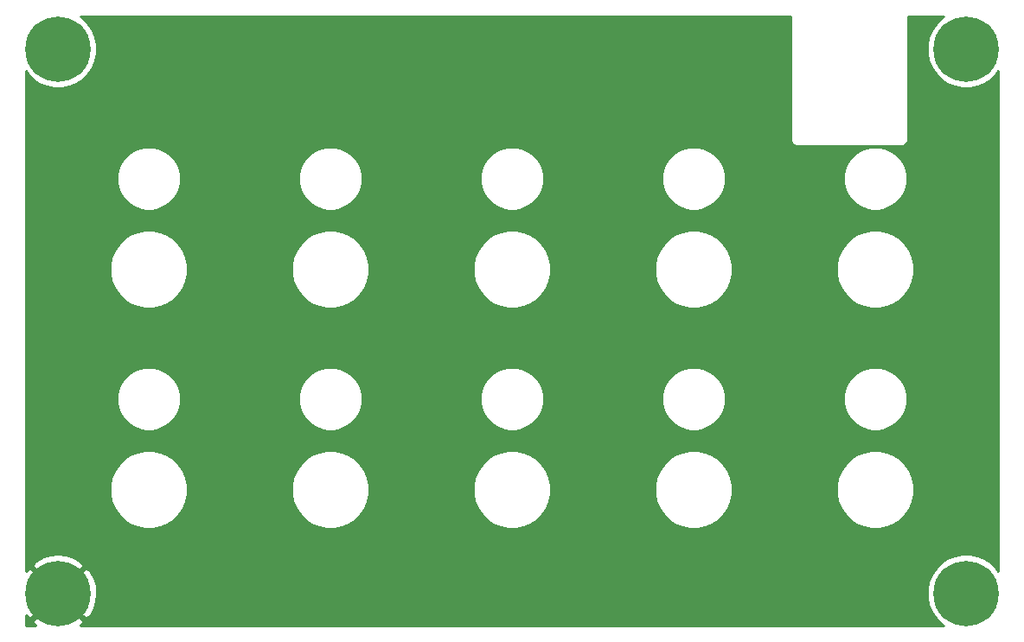
<source format=gbr>
G04 #@! TF.GenerationSoftware,KiCad,Pcbnew,(5.1.4)-1*
G04 #@! TF.CreationDate,2020-12-21T11:31:58-05:00*
G04 #@! TF.ProjectId,faceplate,66616365-706c-4617-9465-2e6b69636164,rev?*
G04 #@! TF.SameCoordinates,Original*
G04 #@! TF.FileFunction,Copper,L2,Bot*
G04 #@! TF.FilePolarity,Positive*
%FSLAX46Y46*%
G04 Gerber Fmt 4.6, Leading zero omitted, Abs format (unit mm)*
G04 Created by KiCad (PCBNEW (5.1.4)-1) date 2020-12-21 11:31:58*
%MOMM*%
%LPD*%
G04 APERTURE LIST*
%ADD10C,6.400000*%
%ADD11C,0.254000*%
G04 APERTURE END LIST*
D10*
X105410000Y-97790000D03*
X194310000Y-97790000D03*
X194310000Y-44450000D03*
X105410000Y-44450000D03*
D11*
G36*
X177140001Y-53307571D02*
G01*
X177136807Y-53340000D01*
X177149550Y-53469383D01*
X177187290Y-53593793D01*
X177248575Y-53708450D01*
X177331052Y-53808948D01*
X177431550Y-53891425D01*
X177546207Y-53952710D01*
X177670617Y-53990450D01*
X177767581Y-54000000D01*
X177800000Y-54003193D01*
X177832419Y-54000000D01*
X187927581Y-54000000D01*
X187960000Y-54003193D01*
X187992419Y-54000000D01*
X188089383Y-53990450D01*
X188213793Y-53952710D01*
X188328450Y-53891425D01*
X188428948Y-53808948D01*
X188511425Y-53708450D01*
X188572710Y-53593793D01*
X188610450Y-53469383D01*
X188623193Y-53340000D01*
X188620000Y-53307581D01*
X188620000Y-41300000D01*
X192121490Y-41300000D01*
X191865330Y-41471161D01*
X191331161Y-42005330D01*
X190911467Y-42633446D01*
X190622377Y-43331372D01*
X190475000Y-44072285D01*
X190475000Y-44827715D01*
X190622377Y-45568628D01*
X190911467Y-46266554D01*
X191331161Y-46894670D01*
X191865330Y-47428839D01*
X192493446Y-47848533D01*
X193191372Y-48137623D01*
X193932285Y-48285000D01*
X194687715Y-48285000D01*
X195428628Y-48137623D01*
X196126554Y-47848533D01*
X196754670Y-47428839D01*
X197288839Y-46894670D01*
X197460001Y-46638508D01*
X197460000Y-95601490D01*
X197288839Y-95345330D01*
X196754670Y-94811161D01*
X196126554Y-94391467D01*
X195428628Y-94102377D01*
X194687715Y-93955000D01*
X193932285Y-93955000D01*
X193191372Y-94102377D01*
X192493446Y-94391467D01*
X191865330Y-94811161D01*
X191331161Y-95345330D01*
X190911467Y-95973446D01*
X190622377Y-96671372D01*
X190475000Y-97412285D01*
X190475000Y-98167715D01*
X190622377Y-98908628D01*
X190911467Y-99606554D01*
X191331161Y-100234670D01*
X191865330Y-100768839D01*
X192121490Y-100940000D01*
X107600914Y-100940000D01*
X107931276Y-100490881D01*
X105410000Y-97969605D01*
X102888724Y-100490881D01*
X103219086Y-100940000D01*
X102260000Y-100940000D01*
X102260000Y-99980914D01*
X102709119Y-100311276D01*
X105230395Y-97790000D01*
X105589605Y-97790000D01*
X108110881Y-100311276D01*
X108600548Y-99951088D01*
X108960849Y-99287118D01*
X109184694Y-98565615D01*
X109263480Y-97814305D01*
X109194178Y-97062062D01*
X108979452Y-96337792D01*
X108627555Y-95669330D01*
X108600548Y-95628912D01*
X108110881Y-95268724D01*
X105589605Y-97790000D01*
X105230395Y-97790000D01*
X102709119Y-95268724D01*
X102260000Y-95599086D01*
X102260000Y-95089119D01*
X102888724Y-95089119D01*
X105410000Y-97610395D01*
X107931276Y-95089119D01*
X107571088Y-94599452D01*
X106907118Y-94239151D01*
X106185615Y-94015306D01*
X105434305Y-93936520D01*
X104682062Y-94005822D01*
X103957792Y-94220548D01*
X103289330Y-94572445D01*
X103248912Y-94599452D01*
X102888724Y-95089119D01*
X102260000Y-95089119D01*
X102260000Y-87252285D01*
X110465000Y-87252285D01*
X110465000Y-88007715D01*
X110612377Y-88748628D01*
X110901467Y-89446554D01*
X111321161Y-90074670D01*
X111855330Y-90608839D01*
X112483446Y-91028533D01*
X113181372Y-91317623D01*
X113922285Y-91465000D01*
X114677715Y-91465000D01*
X115418628Y-91317623D01*
X116116554Y-91028533D01*
X116744670Y-90608839D01*
X117278839Y-90074670D01*
X117698533Y-89446554D01*
X117987623Y-88748628D01*
X118135000Y-88007715D01*
X118135000Y-87252285D01*
X128245000Y-87252285D01*
X128245000Y-88007715D01*
X128392377Y-88748628D01*
X128681467Y-89446554D01*
X129101161Y-90074670D01*
X129635330Y-90608839D01*
X130263446Y-91028533D01*
X130961372Y-91317623D01*
X131702285Y-91465000D01*
X132457715Y-91465000D01*
X133198628Y-91317623D01*
X133896554Y-91028533D01*
X134524670Y-90608839D01*
X135058839Y-90074670D01*
X135478533Y-89446554D01*
X135767623Y-88748628D01*
X135915000Y-88007715D01*
X135915000Y-87252285D01*
X146025000Y-87252285D01*
X146025000Y-88007715D01*
X146172377Y-88748628D01*
X146461467Y-89446554D01*
X146881161Y-90074670D01*
X147415330Y-90608839D01*
X148043446Y-91028533D01*
X148741372Y-91317623D01*
X149482285Y-91465000D01*
X150237715Y-91465000D01*
X150978628Y-91317623D01*
X151676554Y-91028533D01*
X152304670Y-90608839D01*
X152838839Y-90074670D01*
X153258533Y-89446554D01*
X153547623Y-88748628D01*
X153695000Y-88007715D01*
X153695000Y-87252285D01*
X163805000Y-87252285D01*
X163805000Y-88007715D01*
X163952377Y-88748628D01*
X164241467Y-89446554D01*
X164661161Y-90074670D01*
X165195330Y-90608839D01*
X165823446Y-91028533D01*
X166521372Y-91317623D01*
X167262285Y-91465000D01*
X168017715Y-91465000D01*
X168758628Y-91317623D01*
X169456554Y-91028533D01*
X170084670Y-90608839D01*
X170618839Y-90074670D01*
X171038533Y-89446554D01*
X171327623Y-88748628D01*
X171475000Y-88007715D01*
X171475000Y-87252285D01*
X181585000Y-87252285D01*
X181585000Y-88007715D01*
X181732377Y-88748628D01*
X182021467Y-89446554D01*
X182441161Y-90074670D01*
X182975330Y-90608839D01*
X183603446Y-91028533D01*
X184301372Y-91317623D01*
X185042285Y-91465000D01*
X185797715Y-91465000D01*
X186538628Y-91317623D01*
X187236554Y-91028533D01*
X187864670Y-90608839D01*
X188398839Y-90074670D01*
X188818533Y-89446554D01*
X189107623Y-88748628D01*
X189255000Y-88007715D01*
X189255000Y-87252285D01*
X189107623Y-86511372D01*
X188818533Y-85813446D01*
X188398839Y-85185330D01*
X187864670Y-84651161D01*
X187236554Y-84231467D01*
X186538628Y-83942377D01*
X185797715Y-83795000D01*
X185042285Y-83795000D01*
X184301372Y-83942377D01*
X183603446Y-84231467D01*
X182975330Y-84651161D01*
X182441161Y-85185330D01*
X182021467Y-85813446D01*
X181732377Y-86511372D01*
X181585000Y-87252285D01*
X171475000Y-87252285D01*
X171327623Y-86511372D01*
X171038533Y-85813446D01*
X170618839Y-85185330D01*
X170084670Y-84651161D01*
X169456554Y-84231467D01*
X168758628Y-83942377D01*
X168017715Y-83795000D01*
X167262285Y-83795000D01*
X166521372Y-83942377D01*
X165823446Y-84231467D01*
X165195330Y-84651161D01*
X164661161Y-85185330D01*
X164241467Y-85813446D01*
X163952377Y-86511372D01*
X163805000Y-87252285D01*
X153695000Y-87252285D01*
X153547623Y-86511372D01*
X153258533Y-85813446D01*
X152838839Y-85185330D01*
X152304670Y-84651161D01*
X151676554Y-84231467D01*
X150978628Y-83942377D01*
X150237715Y-83795000D01*
X149482285Y-83795000D01*
X148741372Y-83942377D01*
X148043446Y-84231467D01*
X147415330Y-84651161D01*
X146881161Y-85185330D01*
X146461467Y-85813446D01*
X146172377Y-86511372D01*
X146025000Y-87252285D01*
X135915000Y-87252285D01*
X135767623Y-86511372D01*
X135478533Y-85813446D01*
X135058839Y-85185330D01*
X134524670Y-84651161D01*
X133896554Y-84231467D01*
X133198628Y-83942377D01*
X132457715Y-83795000D01*
X131702285Y-83795000D01*
X130961372Y-83942377D01*
X130263446Y-84231467D01*
X129635330Y-84651161D01*
X129101161Y-85185330D01*
X128681467Y-85813446D01*
X128392377Y-86511372D01*
X128245000Y-87252285D01*
X118135000Y-87252285D01*
X117987623Y-86511372D01*
X117698533Y-85813446D01*
X117278839Y-85185330D01*
X116744670Y-84651161D01*
X116116554Y-84231467D01*
X115418628Y-83942377D01*
X114677715Y-83795000D01*
X113922285Y-83795000D01*
X113181372Y-83942377D01*
X112483446Y-84231467D01*
X111855330Y-84651161D01*
X111321161Y-85185330D01*
X110901467Y-85813446D01*
X110612377Y-86511372D01*
X110465000Y-87252285D01*
X102260000Y-87252285D01*
X102260000Y-78431229D01*
X111165000Y-78431229D01*
X111165000Y-79048771D01*
X111285476Y-79654446D01*
X111521799Y-80224979D01*
X111864886Y-80738446D01*
X112301554Y-81175114D01*
X112815021Y-81518201D01*
X113385554Y-81754524D01*
X113991229Y-81875000D01*
X114608771Y-81875000D01*
X115214446Y-81754524D01*
X115784979Y-81518201D01*
X116298446Y-81175114D01*
X116735114Y-80738446D01*
X117078201Y-80224979D01*
X117314524Y-79654446D01*
X117435000Y-79048771D01*
X117435000Y-78431229D01*
X128945000Y-78431229D01*
X128945000Y-79048771D01*
X129065476Y-79654446D01*
X129301799Y-80224979D01*
X129644886Y-80738446D01*
X130081554Y-81175114D01*
X130595021Y-81518201D01*
X131165554Y-81754524D01*
X131771229Y-81875000D01*
X132388771Y-81875000D01*
X132994446Y-81754524D01*
X133564979Y-81518201D01*
X134078446Y-81175114D01*
X134515114Y-80738446D01*
X134858201Y-80224979D01*
X135094524Y-79654446D01*
X135215000Y-79048771D01*
X135215000Y-78431229D01*
X146725000Y-78431229D01*
X146725000Y-79048771D01*
X146845476Y-79654446D01*
X147081799Y-80224979D01*
X147424886Y-80738446D01*
X147861554Y-81175114D01*
X148375021Y-81518201D01*
X148945554Y-81754524D01*
X149551229Y-81875000D01*
X150168771Y-81875000D01*
X150774446Y-81754524D01*
X151344979Y-81518201D01*
X151858446Y-81175114D01*
X152295114Y-80738446D01*
X152638201Y-80224979D01*
X152874524Y-79654446D01*
X152995000Y-79048771D01*
X152995000Y-78431229D01*
X164505000Y-78431229D01*
X164505000Y-79048771D01*
X164625476Y-79654446D01*
X164861799Y-80224979D01*
X165204886Y-80738446D01*
X165641554Y-81175114D01*
X166155021Y-81518201D01*
X166725554Y-81754524D01*
X167331229Y-81875000D01*
X167948771Y-81875000D01*
X168554446Y-81754524D01*
X169124979Y-81518201D01*
X169638446Y-81175114D01*
X170075114Y-80738446D01*
X170418201Y-80224979D01*
X170654524Y-79654446D01*
X170775000Y-79048771D01*
X170775000Y-78431229D01*
X182285000Y-78431229D01*
X182285000Y-79048771D01*
X182405476Y-79654446D01*
X182641799Y-80224979D01*
X182984886Y-80738446D01*
X183421554Y-81175114D01*
X183935021Y-81518201D01*
X184505554Y-81754524D01*
X185111229Y-81875000D01*
X185728771Y-81875000D01*
X186334446Y-81754524D01*
X186904979Y-81518201D01*
X187418446Y-81175114D01*
X187855114Y-80738446D01*
X188198201Y-80224979D01*
X188434524Y-79654446D01*
X188555000Y-79048771D01*
X188555000Y-78431229D01*
X188434524Y-77825554D01*
X188198201Y-77255021D01*
X187855114Y-76741554D01*
X187418446Y-76304886D01*
X186904979Y-75961799D01*
X186334446Y-75725476D01*
X185728771Y-75605000D01*
X185111229Y-75605000D01*
X184505554Y-75725476D01*
X183935021Y-75961799D01*
X183421554Y-76304886D01*
X182984886Y-76741554D01*
X182641799Y-77255021D01*
X182405476Y-77825554D01*
X182285000Y-78431229D01*
X170775000Y-78431229D01*
X170654524Y-77825554D01*
X170418201Y-77255021D01*
X170075114Y-76741554D01*
X169638446Y-76304886D01*
X169124979Y-75961799D01*
X168554446Y-75725476D01*
X167948771Y-75605000D01*
X167331229Y-75605000D01*
X166725554Y-75725476D01*
X166155021Y-75961799D01*
X165641554Y-76304886D01*
X165204886Y-76741554D01*
X164861799Y-77255021D01*
X164625476Y-77825554D01*
X164505000Y-78431229D01*
X152995000Y-78431229D01*
X152874524Y-77825554D01*
X152638201Y-77255021D01*
X152295114Y-76741554D01*
X151858446Y-76304886D01*
X151344979Y-75961799D01*
X150774446Y-75725476D01*
X150168771Y-75605000D01*
X149551229Y-75605000D01*
X148945554Y-75725476D01*
X148375021Y-75961799D01*
X147861554Y-76304886D01*
X147424886Y-76741554D01*
X147081799Y-77255021D01*
X146845476Y-77825554D01*
X146725000Y-78431229D01*
X135215000Y-78431229D01*
X135094524Y-77825554D01*
X134858201Y-77255021D01*
X134515114Y-76741554D01*
X134078446Y-76304886D01*
X133564979Y-75961799D01*
X132994446Y-75725476D01*
X132388771Y-75605000D01*
X131771229Y-75605000D01*
X131165554Y-75725476D01*
X130595021Y-75961799D01*
X130081554Y-76304886D01*
X129644886Y-76741554D01*
X129301799Y-77255021D01*
X129065476Y-77825554D01*
X128945000Y-78431229D01*
X117435000Y-78431229D01*
X117314524Y-77825554D01*
X117078201Y-77255021D01*
X116735114Y-76741554D01*
X116298446Y-76304886D01*
X115784979Y-75961799D01*
X115214446Y-75725476D01*
X114608771Y-75605000D01*
X113991229Y-75605000D01*
X113385554Y-75725476D01*
X112815021Y-75961799D01*
X112301554Y-76304886D01*
X111864886Y-76741554D01*
X111521799Y-77255021D01*
X111285476Y-77825554D01*
X111165000Y-78431229D01*
X102260000Y-78431229D01*
X102260000Y-65662285D01*
X110465000Y-65662285D01*
X110465000Y-66417715D01*
X110612377Y-67158628D01*
X110901467Y-67856554D01*
X111321161Y-68484670D01*
X111855330Y-69018839D01*
X112483446Y-69438533D01*
X113181372Y-69727623D01*
X113922285Y-69875000D01*
X114677715Y-69875000D01*
X115418628Y-69727623D01*
X116116554Y-69438533D01*
X116744670Y-69018839D01*
X117278839Y-68484670D01*
X117698533Y-67856554D01*
X117987623Y-67158628D01*
X118135000Y-66417715D01*
X118135000Y-65662285D01*
X128245000Y-65662285D01*
X128245000Y-66417715D01*
X128392377Y-67158628D01*
X128681467Y-67856554D01*
X129101161Y-68484670D01*
X129635330Y-69018839D01*
X130263446Y-69438533D01*
X130961372Y-69727623D01*
X131702285Y-69875000D01*
X132457715Y-69875000D01*
X133198628Y-69727623D01*
X133896554Y-69438533D01*
X134524670Y-69018839D01*
X135058839Y-68484670D01*
X135478533Y-67856554D01*
X135767623Y-67158628D01*
X135915000Y-66417715D01*
X135915000Y-65662285D01*
X146025000Y-65662285D01*
X146025000Y-66417715D01*
X146172377Y-67158628D01*
X146461467Y-67856554D01*
X146881161Y-68484670D01*
X147415330Y-69018839D01*
X148043446Y-69438533D01*
X148741372Y-69727623D01*
X149482285Y-69875000D01*
X150237715Y-69875000D01*
X150978628Y-69727623D01*
X151676554Y-69438533D01*
X152304670Y-69018839D01*
X152838839Y-68484670D01*
X153258533Y-67856554D01*
X153547623Y-67158628D01*
X153695000Y-66417715D01*
X153695000Y-65662285D01*
X163805000Y-65662285D01*
X163805000Y-66417715D01*
X163952377Y-67158628D01*
X164241467Y-67856554D01*
X164661161Y-68484670D01*
X165195330Y-69018839D01*
X165823446Y-69438533D01*
X166521372Y-69727623D01*
X167262285Y-69875000D01*
X168017715Y-69875000D01*
X168758628Y-69727623D01*
X169456554Y-69438533D01*
X170084670Y-69018839D01*
X170618839Y-68484670D01*
X171038533Y-67856554D01*
X171327623Y-67158628D01*
X171475000Y-66417715D01*
X171475000Y-65662285D01*
X181585000Y-65662285D01*
X181585000Y-66417715D01*
X181732377Y-67158628D01*
X182021467Y-67856554D01*
X182441161Y-68484670D01*
X182975330Y-69018839D01*
X183603446Y-69438533D01*
X184301372Y-69727623D01*
X185042285Y-69875000D01*
X185797715Y-69875000D01*
X186538628Y-69727623D01*
X187236554Y-69438533D01*
X187864670Y-69018839D01*
X188398839Y-68484670D01*
X188818533Y-67856554D01*
X189107623Y-67158628D01*
X189255000Y-66417715D01*
X189255000Y-65662285D01*
X189107623Y-64921372D01*
X188818533Y-64223446D01*
X188398839Y-63595330D01*
X187864670Y-63061161D01*
X187236554Y-62641467D01*
X186538628Y-62352377D01*
X185797715Y-62205000D01*
X185042285Y-62205000D01*
X184301372Y-62352377D01*
X183603446Y-62641467D01*
X182975330Y-63061161D01*
X182441161Y-63595330D01*
X182021467Y-64223446D01*
X181732377Y-64921372D01*
X181585000Y-65662285D01*
X171475000Y-65662285D01*
X171327623Y-64921372D01*
X171038533Y-64223446D01*
X170618839Y-63595330D01*
X170084670Y-63061161D01*
X169456554Y-62641467D01*
X168758628Y-62352377D01*
X168017715Y-62205000D01*
X167262285Y-62205000D01*
X166521372Y-62352377D01*
X165823446Y-62641467D01*
X165195330Y-63061161D01*
X164661161Y-63595330D01*
X164241467Y-64223446D01*
X163952377Y-64921372D01*
X163805000Y-65662285D01*
X153695000Y-65662285D01*
X153547623Y-64921372D01*
X153258533Y-64223446D01*
X152838839Y-63595330D01*
X152304670Y-63061161D01*
X151676554Y-62641467D01*
X150978628Y-62352377D01*
X150237715Y-62205000D01*
X149482285Y-62205000D01*
X148741372Y-62352377D01*
X148043446Y-62641467D01*
X147415330Y-63061161D01*
X146881161Y-63595330D01*
X146461467Y-64223446D01*
X146172377Y-64921372D01*
X146025000Y-65662285D01*
X135915000Y-65662285D01*
X135767623Y-64921372D01*
X135478533Y-64223446D01*
X135058839Y-63595330D01*
X134524670Y-63061161D01*
X133896554Y-62641467D01*
X133198628Y-62352377D01*
X132457715Y-62205000D01*
X131702285Y-62205000D01*
X130961372Y-62352377D01*
X130263446Y-62641467D01*
X129635330Y-63061161D01*
X129101161Y-63595330D01*
X128681467Y-64223446D01*
X128392377Y-64921372D01*
X128245000Y-65662285D01*
X118135000Y-65662285D01*
X117987623Y-64921372D01*
X117698533Y-64223446D01*
X117278839Y-63595330D01*
X116744670Y-63061161D01*
X116116554Y-62641467D01*
X115418628Y-62352377D01*
X114677715Y-62205000D01*
X113922285Y-62205000D01*
X113181372Y-62352377D01*
X112483446Y-62641467D01*
X111855330Y-63061161D01*
X111321161Y-63595330D01*
X110901467Y-64223446D01*
X110612377Y-64921372D01*
X110465000Y-65662285D01*
X102260000Y-65662285D01*
X102260000Y-56841229D01*
X111165000Y-56841229D01*
X111165000Y-57458771D01*
X111285476Y-58064446D01*
X111521799Y-58634979D01*
X111864886Y-59148446D01*
X112301554Y-59585114D01*
X112815021Y-59928201D01*
X113385554Y-60164524D01*
X113991229Y-60285000D01*
X114608771Y-60285000D01*
X115214446Y-60164524D01*
X115784979Y-59928201D01*
X116298446Y-59585114D01*
X116735114Y-59148446D01*
X117078201Y-58634979D01*
X117314524Y-58064446D01*
X117435000Y-57458771D01*
X117435000Y-56841229D01*
X128945000Y-56841229D01*
X128945000Y-57458771D01*
X129065476Y-58064446D01*
X129301799Y-58634979D01*
X129644886Y-59148446D01*
X130081554Y-59585114D01*
X130595021Y-59928201D01*
X131165554Y-60164524D01*
X131771229Y-60285000D01*
X132388771Y-60285000D01*
X132994446Y-60164524D01*
X133564979Y-59928201D01*
X134078446Y-59585114D01*
X134515114Y-59148446D01*
X134858201Y-58634979D01*
X135094524Y-58064446D01*
X135215000Y-57458771D01*
X135215000Y-56841229D01*
X146725000Y-56841229D01*
X146725000Y-57458771D01*
X146845476Y-58064446D01*
X147081799Y-58634979D01*
X147424886Y-59148446D01*
X147861554Y-59585114D01*
X148375021Y-59928201D01*
X148945554Y-60164524D01*
X149551229Y-60285000D01*
X150168771Y-60285000D01*
X150774446Y-60164524D01*
X151344979Y-59928201D01*
X151858446Y-59585114D01*
X152295114Y-59148446D01*
X152638201Y-58634979D01*
X152874524Y-58064446D01*
X152995000Y-57458771D01*
X152995000Y-56841229D01*
X164505000Y-56841229D01*
X164505000Y-57458771D01*
X164625476Y-58064446D01*
X164861799Y-58634979D01*
X165204886Y-59148446D01*
X165641554Y-59585114D01*
X166155021Y-59928201D01*
X166725554Y-60164524D01*
X167331229Y-60285000D01*
X167948771Y-60285000D01*
X168554446Y-60164524D01*
X169124979Y-59928201D01*
X169638446Y-59585114D01*
X170075114Y-59148446D01*
X170418201Y-58634979D01*
X170654524Y-58064446D01*
X170775000Y-57458771D01*
X170775000Y-56841229D01*
X182285000Y-56841229D01*
X182285000Y-57458771D01*
X182405476Y-58064446D01*
X182641799Y-58634979D01*
X182984886Y-59148446D01*
X183421554Y-59585114D01*
X183935021Y-59928201D01*
X184505554Y-60164524D01*
X185111229Y-60285000D01*
X185728771Y-60285000D01*
X186334446Y-60164524D01*
X186904979Y-59928201D01*
X187418446Y-59585114D01*
X187855114Y-59148446D01*
X188198201Y-58634979D01*
X188434524Y-58064446D01*
X188555000Y-57458771D01*
X188555000Y-56841229D01*
X188434524Y-56235554D01*
X188198201Y-55665021D01*
X187855114Y-55151554D01*
X187418446Y-54714886D01*
X186904979Y-54371799D01*
X186334446Y-54135476D01*
X185728771Y-54015000D01*
X185111229Y-54015000D01*
X184505554Y-54135476D01*
X183935021Y-54371799D01*
X183421554Y-54714886D01*
X182984886Y-55151554D01*
X182641799Y-55665021D01*
X182405476Y-56235554D01*
X182285000Y-56841229D01*
X170775000Y-56841229D01*
X170654524Y-56235554D01*
X170418201Y-55665021D01*
X170075114Y-55151554D01*
X169638446Y-54714886D01*
X169124979Y-54371799D01*
X168554446Y-54135476D01*
X167948771Y-54015000D01*
X167331229Y-54015000D01*
X166725554Y-54135476D01*
X166155021Y-54371799D01*
X165641554Y-54714886D01*
X165204886Y-55151554D01*
X164861799Y-55665021D01*
X164625476Y-56235554D01*
X164505000Y-56841229D01*
X152995000Y-56841229D01*
X152874524Y-56235554D01*
X152638201Y-55665021D01*
X152295114Y-55151554D01*
X151858446Y-54714886D01*
X151344979Y-54371799D01*
X150774446Y-54135476D01*
X150168771Y-54015000D01*
X149551229Y-54015000D01*
X148945554Y-54135476D01*
X148375021Y-54371799D01*
X147861554Y-54714886D01*
X147424886Y-55151554D01*
X147081799Y-55665021D01*
X146845476Y-56235554D01*
X146725000Y-56841229D01*
X135215000Y-56841229D01*
X135094524Y-56235554D01*
X134858201Y-55665021D01*
X134515114Y-55151554D01*
X134078446Y-54714886D01*
X133564979Y-54371799D01*
X132994446Y-54135476D01*
X132388771Y-54015000D01*
X131771229Y-54015000D01*
X131165554Y-54135476D01*
X130595021Y-54371799D01*
X130081554Y-54714886D01*
X129644886Y-55151554D01*
X129301799Y-55665021D01*
X129065476Y-56235554D01*
X128945000Y-56841229D01*
X117435000Y-56841229D01*
X117314524Y-56235554D01*
X117078201Y-55665021D01*
X116735114Y-55151554D01*
X116298446Y-54714886D01*
X115784979Y-54371799D01*
X115214446Y-54135476D01*
X114608771Y-54015000D01*
X113991229Y-54015000D01*
X113385554Y-54135476D01*
X112815021Y-54371799D01*
X112301554Y-54714886D01*
X111864886Y-55151554D01*
X111521799Y-55665021D01*
X111285476Y-56235554D01*
X111165000Y-56841229D01*
X102260000Y-56841229D01*
X102260000Y-46638510D01*
X102431161Y-46894670D01*
X102965330Y-47428839D01*
X103593446Y-47848533D01*
X104291372Y-48137623D01*
X105032285Y-48285000D01*
X105787715Y-48285000D01*
X106528628Y-48137623D01*
X107226554Y-47848533D01*
X107854670Y-47428839D01*
X108388839Y-46894670D01*
X108808533Y-46266554D01*
X109097623Y-45568628D01*
X109245000Y-44827715D01*
X109245000Y-44072285D01*
X109097623Y-43331372D01*
X108808533Y-42633446D01*
X108388839Y-42005330D01*
X107854670Y-41471161D01*
X107598510Y-41300000D01*
X177140000Y-41300000D01*
X177140001Y-53307571D01*
X177140001Y-53307571D01*
G37*
X177140001Y-53307571D02*
X177136807Y-53340000D01*
X177149550Y-53469383D01*
X177187290Y-53593793D01*
X177248575Y-53708450D01*
X177331052Y-53808948D01*
X177431550Y-53891425D01*
X177546207Y-53952710D01*
X177670617Y-53990450D01*
X177767581Y-54000000D01*
X177800000Y-54003193D01*
X177832419Y-54000000D01*
X187927581Y-54000000D01*
X187960000Y-54003193D01*
X187992419Y-54000000D01*
X188089383Y-53990450D01*
X188213793Y-53952710D01*
X188328450Y-53891425D01*
X188428948Y-53808948D01*
X188511425Y-53708450D01*
X188572710Y-53593793D01*
X188610450Y-53469383D01*
X188623193Y-53340000D01*
X188620000Y-53307581D01*
X188620000Y-41300000D01*
X192121490Y-41300000D01*
X191865330Y-41471161D01*
X191331161Y-42005330D01*
X190911467Y-42633446D01*
X190622377Y-43331372D01*
X190475000Y-44072285D01*
X190475000Y-44827715D01*
X190622377Y-45568628D01*
X190911467Y-46266554D01*
X191331161Y-46894670D01*
X191865330Y-47428839D01*
X192493446Y-47848533D01*
X193191372Y-48137623D01*
X193932285Y-48285000D01*
X194687715Y-48285000D01*
X195428628Y-48137623D01*
X196126554Y-47848533D01*
X196754670Y-47428839D01*
X197288839Y-46894670D01*
X197460001Y-46638508D01*
X197460000Y-95601490D01*
X197288839Y-95345330D01*
X196754670Y-94811161D01*
X196126554Y-94391467D01*
X195428628Y-94102377D01*
X194687715Y-93955000D01*
X193932285Y-93955000D01*
X193191372Y-94102377D01*
X192493446Y-94391467D01*
X191865330Y-94811161D01*
X191331161Y-95345330D01*
X190911467Y-95973446D01*
X190622377Y-96671372D01*
X190475000Y-97412285D01*
X190475000Y-98167715D01*
X190622377Y-98908628D01*
X190911467Y-99606554D01*
X191331161Y-100234670D01*
X191865330Y-100768839D01*
X192121490Y-100940000D01*
X107600914Y-100940000D01*
X107931276Y-100490881D01*
X105410000Y-97969605D01*
X102888724Y-100490881D01*
X103219086Y-100940000D01*
X102260000Y-100940000D01*
X102260000Y-99980914D01*
X102709119Y-100311276D01*
X105230395Y-97790000D01*
X105589605Y-97790000D01*
X108110881Y-100311276D01*
X108600548Y-99951088D01*
X108960849Y-99287118D01*
X109184694Y-98565615D01*
X109263480Y-97814305D01*
X109194178Y-97062062D01*
X108979452Y-96337792D01*
X108627555Y-95669330D01*
X108600548Y-95628912D01*
X108110881Y-95268724D01*
X105589605Y-97790000D01*
X105230395Y-97790000D01*
X102709119Y-95268724D01*
X102260000Y-95599086D01*
X102260000Y-95089119D01*
X102888724Y-95089119D01*
X105410000Y-97610395D01*
X107931276Y-95089119D01*
X107571088Y-94599452D01*
X106907118Y-94239151D01*
X106185615Y-94015306D01*
X105434305Y-93936520D01*
X104682062Y-94005822D01*
X103957792Y-94220548D01*
X103289330Y-94572445D01*
X103248912Y-94599452D01*
X102888724Y-95089119D01*
X102260000Y-95089119D01*
X102260000Y-87252285D01*
X110465000Y-87252285D01*
X110465000Y-88007715D01*
X110612377Y-88748628D01*
X110901467Y-89446554D01*
X111321161Y-90074670D01*
X111855330Y-90608839D01*
X112483446Y-91028533D01*
X113181372Y-91317623D01*
X113922285Y-91465000D01*
X114677715Y-91465000D01*
X115418628Y-91317623D01*
X116116554Y-91028533D01*
X116744670Y-90608839D01*
X117278839Y-90074670D01*
X117698533Y-89446554D01*
X117987623Y-88748628D01*
X118135000Y-88007715D01*
X118135000Y-87252285D01*
X128245000Y-87252285D01*
X128245000Y-88007715D01*
X128392377Y-88748628D01*
X128681467Y-89446554D01*
X129101161Y-90074670D01*
X129635330Y-90608839D01*
X130263446Y-91028533D01*
X130961372Y-91317623D01*
X131702285Y-91465000D01*
X132457715Y-91465000D01*
X133198628Y-91317623D01*
X133896554Y-91028533D01*
X134524670Y-90608839D01*
X135058839Y-90074670D01*
X135478533Y-89446554D01*
X135767623Y-88748628D01*
X135915000Y-88007715D01*
X135915000Y-87252285D01*
X146025000Y-87252285D01*
X146025000Y-88007715D01*
X146172377Y-88748628D01*
X146461467Y-89446554D01*
X146881161Y-90074670D01*
X147415330Y-90608839D01*
X148043446Y-91028533D01*
X148741372Y-91317623D01*
X149482285Y-91465000D01*
X150237715Y-91465000D01*
X150978628Y-91317623D01*
X151676554Y-91028533D01*
X152304670Y-90608839D01*
X152838839Y-90074670D01*
X153258533Y-89446554D01*
X153547623Y-88748628D01*
X153695000Y-88007715D01*
X153695000Y-87252285D01*
X163805000Y-87252285D01*
X163805000Y-88007715D01*
X163952377Y-88748628D01*
X164241467Y-89446554D01*
X164661161Y-90074670D01*
X165195330Y-90608839D01*
X165823446Y-91028533D01*
X166521372Y-91317623D01*
X167262285Y-91465000D01*
X168017715Y-91465000D01*
X168758628Y-91317623D01*
X169456554Y-91028533D01*
X170084670Y-90608839D01*
X170618839Y-90074670D01*
X171038533Y-89446554D01*
X171327623Y-88748628D01*
X171475000Y-88007715D01*
X171475000Y-87252285D01*
X181585000Y-87252285D01*
X181585000Y-88007715D01*
X181732377Y-88748628D01*
X182021467Y-89446554D01*
X182441161Y-90074670D01*
X182975330Y-90608839D01*
X183603446Y-91028533D01*
X184301372Y-91317623D01*
X185042285Y-91465000D01*
X185797715Y-91465000D01*
X186538628Y-91317623D01*
X187236554Y-91028533D01*
X187864670Y-90608839D01*
X188398839Y-90074670D01*
X188818533Y-89446554D01*
X189107623Y-88748628D01*
X189255000Y-88007715D01*
X189255000Y-87252285D01*
X189107623Y-86511372D01*
X188818533Y-85813446D01*
X188398839Y-85185330D01*
X187864670Y-84651161D01*
X187236554Y-84231467D01*
X186538628Y-83942377D01*
X185797715Y-83795000D01*
X185042285Y-83795000D01*
X184301372Y-83942377D01*
X183603446Y-84231467D01*
X182975330Y-84651161D01*
X182441161Y-85185330D01*
X182021467Y-85813446D01*
X181732377Y-86511372D01*
X181585000Y-87252285D01*
X171475000Y-87252285D01*
X171327623Y-86511372D01*
X171038533Y-85813446D01*
X170618839Y-85185330D01*
X170084670Y-84651161D01*
X169456554Y-84231467D01*
X168758628Y-83942377D01*
X168017715Y-83795000D01*
X167262285Y-83795000D01*
X166521372Y-83942377D01*
X165823446Y-84231467D01*
X165195330Y-84651161D01*
X164661161Y-85185330D01*
X164241467Y-85813446D01*
X163952377Y-86511372D01*
X163805000Y-87252285D01*
X153695000Y-87252285D01*
X153547623Y-86511372D01*
X153258533Y-85813446D01*
X152838839Y-85185330D01*
X152304670Y-84651161D01*
X151676554Y-84231467D01*
X150978628Y-83942377D01*
X150237715Y-83795000D01*
X149482285Y-83795000D01*
X148741372Y-83942377D01*
X148043446Y-84231467D01*
X147415330Y-84651161D01*
X146881161Y-85185330D01*
X146461467Y-85813446D01*
X146172377Y-86511372D01*
X146025000Y-87252285D01*
X135915000Y-87252285D01*
X135767623Y-86511372D01*
X135478533Y-85813446D01*
X135058839Y-85185330D01*
X134524670Y-84651161D01*
X133896554Y-84231467D01*
X133198628Y-83942377D01*
X132457715Y-83795000D01*
X131702285Y-83795000D01*
X130961372Y-83942377D01*
X130263446Y-84231467D01*
X129635330Y-84651161D01*
X129101161Y-85185330D01*
X128681467Y-85813446D01*
X128392377Y-86511372D01*
X128245000Y-87252285D01*
X118135000Y-87252285D01*
X117987623Y-86511372D01*
X117698533Y-85813446D01*
X117278839Y-85185330D01*
X116744670Y-84651161D01*
X116116554Y-84231467D01*
X115418628Y-83942377D01*
X114677715Y-83795000D01*
X113922285Y-83795000D01*
X113181372Y-83942377D01*
X112483446Y-84231467D01*
X111855330Y-84651161D01*
X111321161Y-85185330D01*
X110901467Y-85813446D01*
X110612377Y-86511372D01*
X110465000Y-87252285D01*
X102260000Y-87252285D01*
X102260000Y-78431229D01*
X111165000Y-78431229D01*
X111165000Y-79048771D01*
X111285476Y-79654446D01*
X111521799Y-80224979D01*
X111864886Y-80738446D01*
X112301554Y-81175114D01*
X112815021Y-81518201D01*
X113385554Y-81754524D01*
X113991229Y-81875000D01*
X114608771Y-81875000D01*
X115214446Y-81754524D01*
X115784979Y-81518201D01*
X116298446Y-81175114D01*
X116735114Y-80738446D01*
X117078201Y-80224979D01*
X117314524Y-79654446D01*
X117435000Y-79048771D01*
X117435000Y-78431229D01*
X128945000Y-78431229D01*
X128945000Y-79048771D01*
X129065476Y-79654446D01*
X129301799Y-80224979D01*
X129644886Y-80738446D01*
X130081554Y-81175114D01*
X130595021Y-81518201D01*
X131165554Y-81754524D01*
X131771229Y-81875000D01*
X132388771Y-81875000D01*
X132994446Y-81754524D01*
X133564979Y-81518201D01*
X134078446Y-81175114D01*
X134515114Y-80738446D01*
X134858201Y-80224979D01*
X135094524Y-79654446D01*
X135215000Y-79048771D01*
X135215000Y-78431229D01*
X146725000Y-78431229D01*
X146725000Y-79048771D01*
X146845476Y-79654446D01*
X147081799Y-80224979D01*
X147424886Y-80738446D01*
X147861554Y-81175114D01*
X148375021Y-81518201D01*
X148945554Y-81754524D01*
X149551229Y-81875000D01*
X150168771Y-81875000D01*
X150774446Y-81754524D01*
X151344979Y-81518201D01*
X151858446Y-81175114D01*
X152295114Y-80738446D01*
X152638201Y-80224979D01*
X152874524Y-79654446D01*
X152995000Y-79048771D01*
X152995000Y-78431229D01*
X164505000Y-78431229D01*
X164505000Y-79048771D01*
X164625476Y-79654446D01*
X164861799Y-80224979D01*
X165204886Y-80738446D01*
X165641554Y-81175114D01*
X166155021Y-81518201D01*
X166725554Y-81754524D01*
X167331229Y-81875000D01*
X167948771Y-81875000D01*
X168554446Y-81754524D01*
X169124979Y-81518201D01*
X169638446Y-81175114D01*
X170075114Y-80738446D01*
X170418201Y-80224979D01*
X170654524Y-79654446D01*
X170775000Y-79048771D01*
X170775000Y-78431229D01*
X182285000Y-78431229D01*
X182285000Y-79048771D01*
X182405476Y-79654446D01*
X182641799Y-80224979D01*
X182984886Y-80738446D01*
X183421554Y-81175114D01*
X183935021Y-81518201D01*
X184505554Y-81754524D01*
X185111229Y-81875000D01*
X185728771Y-81875000D01*
X186334446Y-81754524D01*
X186904979Y-81518201D01*
X187418446Y-81175114D01*
X187855114Y-80738446D01*
X188198201Y-80224979D01*
X188434524Y-79654446D01*
X188555000Y-79048771D01*
X188555000Y-78431229D01*
X188434524Y-77825554D01*
X188198201Y-77255021D01*
X187855114Y-76741554D01*
X187418446Y-76304886D01*
X186904979Y-75961799D01*
X186334446Y-75725476D01*
X185728771Y-75605000D01*
X185111229Y-75605000D01*
X184505554Y-75725476D01*
X183935021Y-75961799D01*
X183421554Y-76304886D01*
X182984886Y-76741554D01*
X182641799Y-77255021D01*
X182405476Y-77825554D01*
X182285000Y-78431229D01*
X170775000Y-78431229D01*
X170654524Y-77825554D01*
X170418201Y-77255021D01*
X170075114Y-76741554D01*
X169638446Y-76304886D01*
X169124979Y-75961799D01*
X168554446Y-75725476D01*
X167948771Y-75605000D01*
X167331229Y-75605000D01*
X166725554Y-75725476D01*
X166155021Y-75961799D01*
X165641554Y-76304886D01*
X165204886Y-76741554D01*
X164861799Y-77255021D01*
X164625476Y-77825554D01*
X164505000Y-78431229D01*
X152995000Y-78431229D01*
X152874524Y-77825554D01*
X152638201Y-77255021D01*
X152295114Y-76741554D01*
X151858446Y-76304886D01*
X151344979Y-75961799D01*
X150774446Y-75725476D01*
X150168771Y-75605000D01*
X149551229Y-75605000D01*
X148945554Y-75725476D01*
X148375021Y-75961799D01*
X147861554Y-76304886D01*
X147424886Y-76741554D01*
X147081799Y-77255021D01*
X146845476Y-77825554D01*
X146725000Y-78431229D01*
X135215000Y-78431229D01*
X135094524Y-77825554D01*
X134858201Y-77255021D01*
X134515114Y-76741554D01*
X134078446Y-76304886D01*
X133564979Y-75961799D01*
X132994446Y-75725476D01*
X132388771Y-75605000D01*
X131771229Y-75605000D01*
X131165554Y-75725476D01*
X130595021Y-75961799D01*
X130081554Y-76304886D01*
X129644886Y-76741554D01*
X129301799Y-77255021D01*
X129065476Y-77825554D01*
X128945000Y-78431229D01*
X117435000Y-78431229D01*
X117314524Y-77825554D01*
X117078201Y-77255021D01*
X116735114Y-76741554D01*
X116298446Y-76304886D01*
X115784979Y-75961799D01*
X115214446Y-75725476D01*
X114608771Y-75605000D01*
X113991229Y-75605000D01*
X113385554Y-75725476D01*
X112815021Y-75961799D01*
X112301554Y-76304886D01*
X111864886Y-76741554D01*
X111521799Y-77255021D01*
X111285476Y-77825554D01*
X111165000Y-78431229D01*
X102260000Y-78431229D01*
X102260000Y-65662285D01*
X110465000Y-65662285D01*
X110465000Y-66417715D01*
X110612377Y-67158628D01*
X110901467Y-67856554D01*
X111321161Y-68484670D01*
X111855330Y-69018839D01*
X112483446Y-69438533D01*
X113181372Y-69727623D01*
X113922285Y-69875000D01*
X114677715Y-69875000D01*
X115418628Y-69727623D01*
X116116554Y-69438533D01*
X116744670Y-69018839D01*
X117278839Y-68484670D01*
X117698533Y-67856554D01*
X117987623Y-67158628D01*
X118135000Y-66417715D01*
X118135000Y-65662285D01*
X128245000Y-65662285D01*
X128245000Y-66417715D01*
X128392377Y-67158628D01*
X128681467Y-67856554D01*
X129101161Y-68484670D01*
X129635330Y-69018839D01*
X130263446Y-69438533D01*
X130961372Y-69727623D01*
X131702285Y-69875000D01*
X132457715Y-69875000D01*
X133198628Y-69727623D01*
X133896554Y-69438533D01*
X134524670Y-69018839D01*
X135058839Y-68484670D01*
X135478533Y-67856554D01*
X135767623Y-67158628D01*
X135915000Y-66417715D01*
X135915000Y-65662285D01*
X146025000Y-65662285D01*
X146025000Y-66417715D01*
X146172377Y-67158628D01*
X146461467Y-67856554D01*
X146881161Y-68484670D01*
X147415330Y-69018839D01*
X148043446Y-69438533D01*
X148741372Y-69727623D01*
X149482285Y-69875000D01*
X150237715Y-69875000D01*
X150978628Y-69727623D01*
X151676554Y-69438533D01*
X152304670Y-69018839D01*
X152838839Y-68484670D01*
X153258533Y-67856554D01*
X153547623Y-67158628D01*
X153695000Y-66417715D01*
X153695000Y-65662285D01*
X163805000Y-65662285D01*
X163805000Y-66417715D01*
X163952377Y-67158628D01*
X164241467Y-67856554D01*
X164661161Y-68484670D01*
X165195330Y-69018839D01*
X165823446Y-69438533D01*
X166521372Y-69727623D01*
X167262285Y-69875000D01*
X168017715Y-69875000D01*
X168758628Y-69727623D01*
X169456554Y-69438533D01*
X170084670Y-69018839D01*
X170618839Y-68484670D01*
X171038533Y-67856554D01*
X171327623Y-67158628D01*
X171475000Y-66417715D01*
X171475000Y-65662285D01*
X181585000Y-65662285D01*
X181585000Y-66417715D01*
X181732377Y-67158628D01*
X182021467Y-67856554D01*
X182441161Y-68484670D01*
X182975330Y-69018839D01*
X183603446Y-69438533D01*
X184301372Y-69727623D01*
X185042285Y-69875000D01*
X185797715Y-69875000D01*
X186538628Y-69727623D01*
X187236554Y-69438533D01*
X187864670Y-69018839D01*
X188398839Y-68484670D01*
X188818533Y-67856554D01*
X189107623Y-67158628D01*
X189255000Y-66417715D01*
X189255000Y-65662285D01*
X189107623Y-64921372D01*
X188818533Y-64223446D01*
X188398839Y-63595330D01*
X187864670Y-63061161D01*
X187236554Y-62641467D01*
X186538628Y-62352377D01*
X185797715Y-62205000D01*
X185042285Y-62205000D01*
X184301372Y-62352377D01*
X183603446Y-62641467D01*
X182975330Y-63061161D01*
X182441161Y-63595330D01*
X182021467Y-64223446D01*
X181732377Y-64921372D01*
X181585000Y-65662285D01*
X171475000Y-65662285D01*
X171327623Y-64921372D01*
X171038533Y-64223446D01*
X170618839Y-63595330D01*
X170084670Y-63061161D01*
X169456554Y-62641467D01*
X168758628Y-62352377D01*
X168017715Y-62205000D01*
X167262285Y-62205000D01*
X166521372Y-62352377D01*
X165823446Y-62641467D01*
X165195330Y-63061161D01*
X164661161Y-63595330D01*
X164241467Y-64223446D01*
X163952377Y-64921372D01*
X163805000Y-65662285D01*
X153695000Y-65662285D01*
X153547623Y-64921372D01*
X153258533Y-64223446D01*
X152838839Y-63595330D01*
X152304670Y-63061161D01*
X151676554Y-62641467D01*
X150978628Y-62352377D01*
X150237715Y-62205000D01*
X149482285Y-62205000D01*
X148741372Y-62352377D01*
X148043446Y-62641467D01*
X147415330Y-63061161D01*
X146881161Y-63595330D01*
X146461467Y-64223446D01*
X146172377Y-64921372D01*
X146025000Y-65662285D01*
X135915000Y-65662285D01*
X135767623Y-64921372D01*
X135478533Y-64223446D01*
X135058839Y-63595330D01*
X134524670Y-63061161D01*
X133896554Y-62641467D01*
X133198628Y-62352377D01*
X132457715Y-62205000D01*
X131702285Y-62205000D01*
X130961372Y-62352377D01*
X130263446Y-62641467D01*
X129635330Y-63061161D01*
X129101161Y-63595330D01*
X128681467Y-64223446D01*
X128392377Y-64921372D01*
X128245000Y-65662285D01*
X118135000Y-65662285D01*
X117987623Y-64921372D01*
X117698533Y-64223446D01*
X117278839Y-63595330D01*
X116744670Y-63061161D01*
X116116554Y-62641467D01*
X115418628Y-62352377D01*
X114677715Y-62205000D01*
X113922285Y-62205000D01*
X113181372Y-62352377D01*
X112483446Y-62641467D01*
X111855330Y-63061161D01*
X111321161Y-63595330D01*
X110901467Y-64223446D01*
X110612377Y-64921372D01*
X110465000Y-65662285D01*
X102260000Y-65662285D01*
X102260000Y-56841229D01*
X111165000Y-56841229D01*
X111165000Y-57458771D01*
X111285476Y-58064446D01*
X111521799Y-58634979D01*
X111864886Y-59148446D01*
X112301554Y-59585114D01*
X112815021Y-59928201D01*
X113385554Y-60164524D01*
X113991229Y-60285000D01*
X114608771Y-60285000D01*
X115214446Y-60164524D01*
X115784979Y-59928201D01*
X116298446Y-59585114D01*
X116735114Y-59148446D01*
X117078201Y-58634979D01*
X117314524Y-58064446D01*
X117435000Y-57458771D01*
X117435000Y-56841229D01*
X128945000Y-56841229D01*
X128945000Y-57458771D01*
X129065476Y-58064446D01*
X129301799Y-58634979D01*
X129644886Y-59148446D01*
X130081554Y-59585114D01*
X130595021Y-59928201D01*
X131165554Y-60164524D01*
X131771229Y-60285000D01*
X132388771Y-60285000D01*
X132994446Y-60164524D01*
X133564979Y-59928201D01*
X134078446Y-59585114D01*
X134515114Y-59148446D01*
X134858201Y-58634979D01*
X135094524Y-58064446D01*
X135215000Y-57458771D01*
X135215000Y-56841229D01*
X146725000Y-56841229D01*
X146725000Y-57458771D01*
X146845476Y-58064446D01*
X147081799Y-58634979D01*
X147424886Y-59148446D01*
X147861554Y-59585114D01*
X148375021Y-59928201D01*
X148945554Y-60164524D01*
X149551229Y-60285000D01*
X150168771Y-60285000D01*
X150774446Y-60164524D01*
X151344979Y-59928201D01*
X151858446Y-59585114D01*
X152295114Y-59148446D01*
X152638201Y-58634979D01*
X152874524Y-58064446D01*
X152995000Y-57458771D01*
X152995000Y-56841229D01*
X164505000Y-56841229D01*
X164505000Y-57458771D01*
X164625476Y-58064446D01*
X164861799Y-58634979D01*
X165204886Y-59148446D01*
X165641554Y-59585114D01*
X166155021Y-59928201D01*
X166725554Y-60164524D01*
X167331229Y-60285000D01*
X167948771Y-60285000D01*
X168554446Y-60164524D01*
X169124979Y-59928201D01*
X169638446Y-59585114D01*
X170075114Y-59148446D01*
X170418201Y-58634979D01*
X170654524Y-58064446D01*
X170775000Y-57458771D01*
X170775000Y-56841229D01*
X182285000Y-56841229D01*
X182285000Y-57458771D01*
X182405476Y-58064446D01*
X182641799Y-58634979D01*
X182984886Y-59148446D01*
X183421554Y-59585114D01*
X183935021Y-59928201D01*
X184505554Y-60164524D01*
X185111229Y-60285000D01*
X185728771Y-60285000D01*
X186334446Y-60164524D01*
X186904979Y-59928201D01*
X187418446Y-59585114D01*
X187855114Y-59148446D01*
X188198201Y-58634979D01*
X188434524Y-58064446D01*
X188555000Y-57458771D01*
X188555000Y-56841229D01*
X188434524Y-56235554D01*
X188198201Y-55665021D01*
X187855114Y-55151554D01*
X187418446Y-54714886D01*
X186904979Y-54371799D01*
X186334446Y-54135476D01*
X185728771Y-54015000D01*
X185111229Y-54015000D01*
X184505554Y-54135476D01*
X183935021Y-54371799D01*
X183421554Y-54714886D01*
X182984886Y-55151554D01*
X182641799Y-55665021D01*
X182405476Y-56235554D01*
X182285000Y-56841229D01*
X170775000Y-56841229D01*
X170654524Y-56235554D01*
X170418201Y-55665021D01*
X170075114Y-55151554D01*
X169638446Y-54714886D01*
X169124979Y-54371799D01*
X168554446Y-54135476D01*
X167948771Y-54015000D01*
X167331229Y-54015000D01*
X166725554Y-54135476D01*
X166155021Y-54371799D01*
X165641554Y-54714886D01*
X165204886Y-55151554D01*
X164861799Y-55665021D01*
X164625476Y-56235554D01*
X164505000Y-56841229D01*
X152995000Y-56841229D01*
X152874524Y-56235554D01*
X152638201Y-55665021D01*
X152295114Y-55151554D01*
X151858446Y-54714886D01*
X151344979Y-54371799D01*
X150774446Y-54135476D01*
X150168771Y-54015000D01*
X149551229Y-54015000D01*
X148945554Y-54135476D01*
X148375021Y-54371799D01*
X147861554Y-54714886D01*
X147424886Y-55151554D01*
X147081799Y-55665021D01*
X146845476Y-56235554D01*
X146725000Y-56841229D01*
X135215000Y-56841229D01*
X135094524Y-56235554D01*
X134858201Y-55665021D01*
X134515114Y-55151554D01*
X134078446Y-54714886D01*
X133564979Y-54371799D01*
X132994446Y-54135476D01*
X132388771Y-54015000D01*
X131771229Y-54015000D01*
X131165554Y-54135476D01*
X130595021Y-54371799D01*
X130081554Y-54714886D01*
X129644886Y-55151554D01*
X129301799Y-55665021D01*
X129065476Y-56235554D01*
X128945000Y-56841229D01*
X117435000Y-56841229D01*
X117314524Y-56235554D01*
X117078201Y-55665021D01*
X116735114Y-55151554D01*
X116298446Y-54714886D01*
X115784979Y-54371799D01*
X115214446Y-54135476D01*
X114608771Y-54015000D01*
X113991229Y-54015000D01*
X113385554Y-54135476D01*
X112815021Y-54371799D01*
X112301554Y-54714886D01*
X111864886Y-55151554D01*
X111521799Y-55665021D01*
X111285476Y-56235554D01*
X111165000Y-56841229D01*
X102260000Y-56841229D01*
X102260000Y-46638510D01*
X102431161Y-46894670D01*
X102965330Y-47428839D01*
X103593446Y-47848533D01*
X104291372Y-48137623D01*
X105032285Y-48285000D01*
X105787715Y-48285000D01*
X106528628Y-48137623D01*
X107226554Y-47848533D01*
X107854670Y-47428839D01*
X108388839Y-46894670D01*
X108808533Y-46266554D01*
X109097623Y-45568628D01*
X109245000Y-44827715D01*
X109245000Y-44072285D01*
X109097623Y-43331372D01*
X108808533Y-42633446D01*
X108388839Y-42005330D01*
X107854670Y-41471161D01*
X107598510Y-41300000D01*
X177140000Y-41300000D01*
X177140001Y-53307571D01*
M02*

</source>
